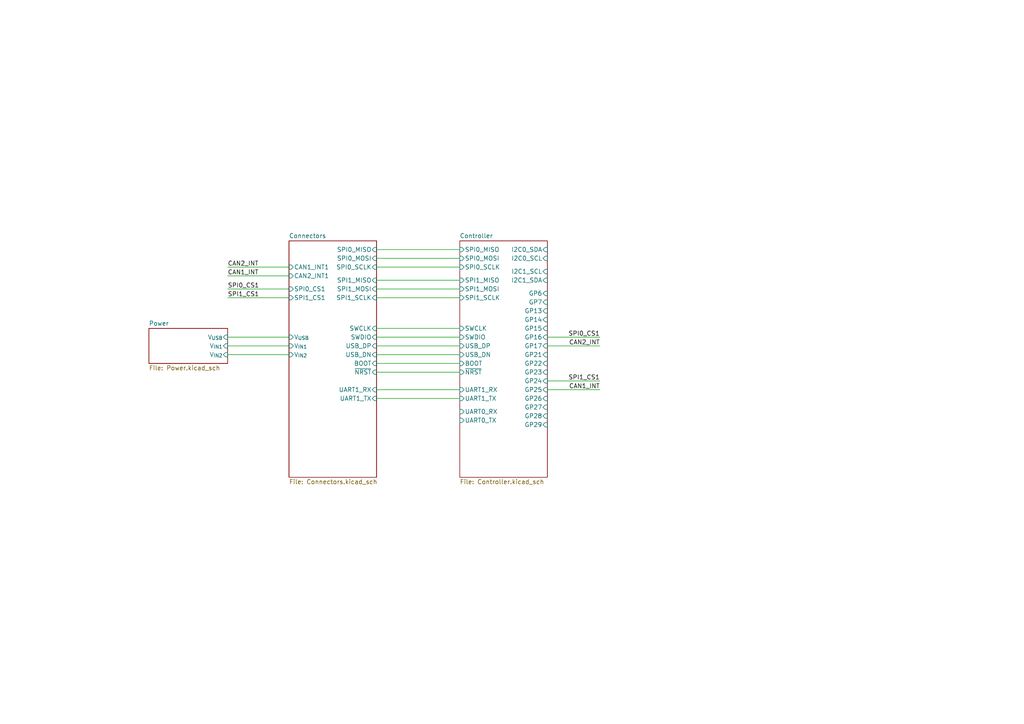
<source format=kicad_sch>
(kicad_sch (version 20230121) (generator eeschema)
  (paper "A4")
  (title_block (title "brain") (date "2023-12-14") (rev "1") (company "ScottCJX"))
  (lib_symbols)
  (wire (pts (xy 66.04 77.47) (xy 83.82 77.47)))
  (wire (pts (xy 66.04 100.33) (xy 83.82 100.33)))
  (wire (pts (xy 109.22 86.36) (xy 133.35 86.36)))
  (wire (pts (xy 109.22 77.47) (xy 133.35 77.47)))
  (wire (pts (xy 109.22 107.95) (xy 133.35 107.95)))
  (wire (pts (xy 109.22 72.39) (xy 133.35 72.39)))
  (wire (pts (xy 109.22 102.87) (xy 133.35 102.87)))
  (wire (pts (xy 66.04 86.36) (xy 83.82 86.36)))
  (wire (pts (xy 109.22 95.25) (xy 133.35 95.25)))
  (wire (pts (xy 158.75 113.03) (xy 173.99 113.03)))
  (wire (pts (xy 109.22 115.57) (xy 133.35 115.57)))
  (wire (pts (xy 66.04 97.79) (xy 83.82 97.79)))
  (wire (pts (xy 66.04 80.01) (xy 83.82 80.01)))
  (wire (pts (xy 109.22 97.79) (xy 133.35 97.79)))
  (wire (pts (xy 109.22 81.28) (xy 133.35 81.28)))
  (wire (pts (xy 158.75 100.33) (xy 173.99 100.33)))
  (wire (pts (xy 66.04 102.87) (xy 83.82 102.87)))
  (wire (pts (xy 109.22 74.93) (xy 133.35 74.93)))
  (wire (pts (xy 158.75 97.79) (xy 173.99 97.79)))
  (wire (pts (xy 66.04 83.82) (xy 83.82 83.82)))
  (wire (pts (xy 109.22 100.33) (xy 133.35 100.33)))
  (wire (pts (xy 109.22 105.41) (xy 133.35 105.41)))
  (wire (pts (xy 109.22 113.03) (xy 133.35 113.03)))
  (wire (pts (xy 158.75 110.49) (xy 173.99 110.49)))
  (wire (pts (xy 109.22 83.82) (xy 133.35 83.82)))
  (label "CAN1_INT" (at 66.04 80.01 0))
  (label "CAN2_INT" (at 173.99 100.33 180))
  (label "SPI1_CS1" (at 173.99 110.49 180))
  (label "CAN1_INT" (at 173.99 113.03 180))
  (label "SPI0_CS1" (at 66.04 83.82 0))
  (label "CAN2_INT" (at 66.04 77.47 0))
  (label "SPI0_CS1" (at 173.99 97.79 180))
  (label "SPI1_CS1" (at 66.04 86.36 0))
  (sheet (at 43.18 95.25) (size 22.86 10.16) (stroke (width 0.1524))
    (property "Sheetname" "Power" (at 43.18 94.5384 0) (effects (justify left bottom)))
    (property "Sheetfile" "Power.kicad_sch" (at 43.18 105.9946 0) (effects (justify left top)))
    (pin "V_{IN1}" input (at 66.04 100.33 0))
    (pin "V_{IN2}" input (at 66.04 102.87 0))
    (pin "V_{USB}" input (at 66.04 97.79 0))
  )
  (sheet (at 83.82 69.85) (size 25.4 68.58) (stroke (width 0.1524))
    (property "Sheetname" "Connectors" (at 83.82 69.1384 0) (effects (justify left bottom)))
    (property "Sheetfile" "Connectors.kicad_sch" (at 83.82 139.0146 0) (effects (justify left top)))
    (pin "SPI0_MISO" input (at 109.22 72.39 0))
    (pin "SPI0_MOSI" input (at 109.22 74.93 0))
    (pin "SPI0_CS1" input (at 83.82 83.82 180))
    (pin "SPI0_SCLK" input (at 109.22 77.47 0))
    (pin "USB_DP" input (at 109.22 100.33 0))
    (pin "SWDIO" input (at 109.22 97.79 0))
    (pin "SWCLK" input (at 109.22 95.25 0))
    (pin "V_{USB}" input (at 83.82 97.79 180))
    (pin "SPI1_CS1" input (at 83.82 86.36 180))
    (pin "SPI1_MOSI" input (at 109.22 83.82 0))
    (pin "SPI1_SCLK" input (at 109.22 86.36 0))
    (pin "SPI1_MISO" input (at 109.22 81.28 0))
    (pin "V_{IN2}" input (at 83.82 102.87 180))
    (pin "V_{IN1}" input (at 83.82 100.33 180))
    (pin "USB_DN" input (at 109.22 102.87 0))
    (pin "UART1_RX" input (at 109.22 113.03 0))
    (pin "UART1_TX" input (at 109.22 115.57 0))
    (pin "~{NRST}" input (at 109.22 107.95 0))
    (pin "BOOT" input (at 109.22 105.41 0))
    (pin "CAN2_INT1" input (at 83.82 80.01 180))
    (pin "CAN1_INT1" input (at 83.82 77.47 180))
  )
  (sheet (at 133.35 69.85) (size 25.4 68.58) (stroke (width 0.1524))
    (property "Sheetname" "Controller" (at 133.35 69.1384 0) (effects (justify left bottom)))
    (property "Sheetfile" "Controller.kicad_sch" (at 133.35 139.0146 0) (effects (justify left top)))
    (pin "SWCLK" input (at 133.35 95.25 180))
    (pin "SWDIO" input (at 133.35 97.79 180))
    (pin "USB_DP" input (at 133.35 100.33 180))
    (pin "UART0_TX" input (at 133.35 121.92 180))
    (pin "UART0_RX" input (at 133.35 119.38 180))
    (pin "UART1_RX" input (at 133.35 113.03 180))
    (pin "I2C1_SCL" input (at 158.75 78.74 0))
    (pin "UART1_TX" input (at 133.35 115.57 180))
    (pin "I2C1_SDA" input (at 158.75 81.28 0))
    (pin "SPI1_SCLK" input (at 133.35 86.36 180))
    (pin "SPI1_MOSI" input (at 133.35 83.82 180))
    (pin "I2C0_SDA" input (at 158.75 72.39 0))
    (pin "I2C0_SCL" input (at 158.75 74.93 0))
    (pin "SPI1_MISO" input (at 133.35 81.28 180))
    (pin "SPI0_SCLK" input (at 133.35 77.47 180))
    (pin "SPI0_MISO" input (at 133.35 72.39 180))
    (pin "SPI0_MOSI" input (at 133.35 74.93 180))
    (pin "GP24" input (at 158.75 110.49 0))
    (pin "GP23" input (at 158.75 107.95 0))
    (pin "GP22" input (at 158.75 105.41 0))
    (pin "GP21" input (at 158.75 102.87 0))
    (pin "GP25" input (at 158.75 113.03 0))
    (pin "GP26" input (at 158.75 115.57 0))
    (pin "GP29" input (at 158.75 123.19 0))
    (pin "GP28" input (at 158.75 120.65 0))
    (pin "GP27" input (at 158.75 118.11 0))
    (pin "~{NRST}" input (at 133.35 107.95 180))
    (pin "BOOT" input (at 133.35 105.41 180))
    (pin "GP7" input (at 158.75 87.63 0))
    (pin "GP6" input (at 158.75 85.09 0))
    (pin "GP14" input (at 158.75 92.71 0))
    (pin "GP16" input (at 158.75 97.79 0))
    (pin "GP13" input (at 158.75 90.17 0))
    (pin "GP17" input (at 158.75 100.33 0))
    (pin "GP15" input (at 158.75 95.25 0))
    (pin "USB_DN" input (at 133.35 102.87 180))
  )
)
</source>
